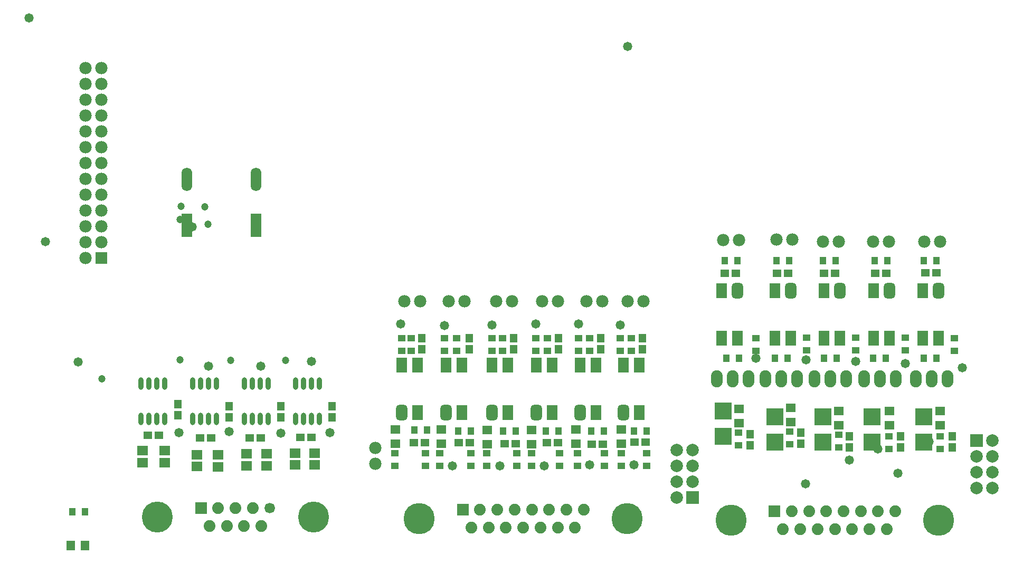
<source format=gts>
G04*
G04 #@! TF.GenerationSoftware,Altium Limited,Altium Designer,20.1.12 (249)*
G04*
G04 Layer_Color=8388736*
%FSTAX24Y24*%
%MOIN*%
G70*
G04*
G04 #@! TF.SameCoordinates,50E87493-BE94-4217-AE32-DCF7016E3123*
G04*
G04*
G04 #@! TF.FilePolarity,Negative*
G04*
G01*
G75*
%ADD37R,0.0395X0.0513*%
%ADD38R,0.0580X0.0630*%
%ADD39R,0.0552X0.0513*%
%ADD40R,0.0671X0.0592*%
%ADD41R,0.0513X0.0552*%
%ADD42O,0.0316X0.0789*%
%ADD43R,0.0671X0.1480*%
%ADD44O,0.0671X0.1480*%
%ADD45R,0.0630X0.0580*%
%ADD46R,0.0513X0.0395*%
%ADD47R,0.0710X0.0980*%
G04:AMPARAMS|DCode=48|XSize=98mil|YSize=71mil|CornerRadius=19.7mil|HoleSize=0mil|Usage=FLASHONLY|Rotation=90.000|XOffset=0mil|YOffset=0mil|HoleType=Round|Shape=RoundedRectangle|*
%AMROUNDEDRECTD48*
21,1,0.0980,0.0315,0,0,90.0*
21,1,0.0585,0.0710,0,0,90.0*
1,1,0.0395,0.0157,0.0293*
1,1,0.0395,0.0157,-0.0293*
1,1,0.0395,-0.0157,-0.0293*
1,1,0.0395,-0.0157,0.0293*
%
%ADD48ROUNDEDRECTD48*%
%ADD49R,0.1104X0.1064*%
%ADD50R,0.0789X0.0789*%
%ADD51C,0.0789*%
%ADD52C,0.0780*%
%ADD53R,0.0780X0.0780*%
%ADD54C,0.0745*%
%ADD55R,0.0745X0.0745*%
%ADD56C,0.0665*%
%ADD57C,0.1954*%
%ADD58C,0.0745*%
%ADD59C,0.1970*%
%ADD60O,0.0740X0.1080*%
%ADD61C,0.0474*%
%ADD62C,0.0580*%
D37*
X00985Y0112D02*
D03*
X01065D02*
D03*
X03975Y0163D02*
D03*
X04055D02*
D03*
X03705D02*
D03*
X03785D02*
D03*
X0342D02*
D03*
X035D02*
D03*
X03145Y01635D02*
D03*
X03225D02*
D03*
X0453Y0163D02*
D03*
X0461D02*
D03*
X0426D02*
D03*
X0434D02*
D03*
X0612Y0209D02*
D03*
X0604D02*
D03*
X058092D02*
D03*
X057292D02*
D03*
X05195D02*
D03*
X05115D02*
D03*
X05725Y02705D02*
D03*
X05805D02*
D03*
X0543D02*
D03*
X0551D02*
D03*
X0605D02*
D03*
X0613D02*
D03*
X05105D02*
D03*
X05185D02*
D03*
X0636D02*
D03*
X0644D02*
D03*
X055Y0209D02*
D03*
X0542D02*
D03*
X0644D02*
D03*
X0636D02*
D03*
D38*
X00975Y00905D02*
D03*
X01065D02*
D03*
D39*
X02425Y0159D02*
D03*
X02495D02*
D03*
X0314Y01555D02*
D03*
X0321D02*
D03*
X03425D02*
D03*
X03495D02*
D03*
X03715Y0155D02*
D03*
X03785D02*
D03*
X0398Y01555D02*
D03*
X0405D02*
D03*
X04265Y01545D02*
D03*
X04335D02*
D03*
X051745Y02625D02*
D03*
X051045D02*
D03*
X05505D02*
D03*
X05435D02*
D03*
X0644Y0263D02*
D03*
X0637D02*
D03*
X06125Y02625D02*
D03*
X06055D02*
D03*
X058D02*
D03*
X0573D02*
D03*
X04535Y0156D02*
D03*
X04605D02*
D03*
X02105Y01585D02*
D03*
X02175D02*
D03*
X0179D02*
D03*
X0186D02*
D03*
X014612Y016026D02*
D03*
X015312D02*
D03*
D40*
X02515Y01415D02*
D03*
Y014898D02*
D03*
X0239Y014152D02*
D03*
Y0149D02*
D03*
X0221Y0141D02*
D03*
Y014848D02*
D03*
X014262Y014302D02*
D03*
Y01505D02*
D03*
X02085Y0141D02*
D03*
Y014848D02*
D03*
X01905Y014026D02*
D03*
Y014774D02*
D03*
X0177Y01405D02*
D03*
Y014798D02*
D03*
X015662Y014302D02*
D03*
Y01505D02*
D03*
D41*
X02625Y01715D02*
D03*
Y01785D02*
D03*
X0589Y01525D02*
D03*
Y01595D02*
D03*
X04585Y02215D02*
D03*
Y02145D02*
D03*
X0432Y02215D02*
D03*
Y02145D02*
D03*
X04055Y02215D02*
D03*
Y02145D02*
D03*
X0377Y02215D02*
D03*
Y02145D02*
D03*
X0349Y02215D02*
D03*
Y02145D02*
D03*
X0319Y02215D02*
D03*
Y02145D02*
D03*
X06215Y01525D02*
D03*
Y01595D02*
D03*
X0654Y01525D02*
D03*
Y01595D02*
D03*
X05585Y0155D02*
D03*
Y0162D02*
D03*
X05265Y0154D02*
D03*
Y0161D02*
D03*
X023Y01715D02*
D03*
Y01785D02*
D03*
X01975Y01715D02*
D03*
Y01785D02*
D03*
X016512Y017276D02*
D03*
Y017976D02*
D03*
D42*
X02395Y017064D02*
D03*
X02445D02*
D03*
X02545D02*
D03*
X02395Y019288D02*
D03*
X02445D02*
D03*
X02495D02*
D03*
X02545D02*
D03*
X02495Y017064D02*
D03*
X0207D02*
D03*
X0212D02*
D03*
X0222D02*
D03*
X0207Y019288D02*
D03*
X0212D02*
D03*
X0217D02*
D03*
X0222D02*
D03*
X0217Y017064D02*
D03*
X01745D02*
D03*
X01795D02*
D03*
X01895D02*
D03*
X01745Y019288D02*
D03*
X01795D02*
D03*
X01845D02*
D03*
X01895D02*
D03*
X01845Y017064D02*
D03*
X014162D02*
D03*
X014662D02*
D03*
X015662D02*
D03*
X014162Y019288D02*
D03*
X014662D02*
D03*
X015162D02*
D03*
X015662D02*
D03*
X015162Y017064D02*
D03*
D43*
X017088Y029282D02*
D03*
X021445D02*
D03*
D44*
X017088Y032182D02*
D03*
X021445D02*
D03*
D45*
X06465Y01755D02*
D03*
Y01665D02*
D03*
X06145D02*
D03*
Y01755D02*
D03*
X05825Y01665D02*
D03*
Y01755D02*
D03*
X0552Y01685D02*
D03*
Y01775D02*
D03*
X05195Y0168D02*
D03*
Y0177D02*
D03*
X03025Y0164D02*
D03*
Y0155D02*
D03*
X03315Y0164D02*
D03*
Y0155D02*
D03*
X03605Y01635D02*
D03*
Y01545D02*
D03*
X0445Y0164D02*
D03*
Y0155D02*
D03*
X03885Y01635D02*
D03*
Y01545D02*
D03*
X04165Y0164D02*
D03*
Y0155D02*
D03*
D46*
X04515Y022145D02*
D03*
Y021345D02*
D03*
X04445Y022145D02*
D03*
Y021345D02*
D03*
X0425Y02215D02*
D03*
Y02135D02*
D03*
X0418Y022145D02*
D03*
Y021345D02*
D03*
X03985Y02215D02*
D03*
Y02135D02*
D03*
X0391Y02215D02*
D03*
Y02135D02*
D03*
X037Y02215D02*
D03*
Y02135D02*
D03*
X03635Y022145D02*
D03*
Y021345D02*
D03*
X0341Y02215D02*
D03*
Y02135D02*
D03*
X03335Y02215D02*
D03*
Y02135D02*
D03*
X03125Y02215D02*
D03*
Y02135D02*
D03*
X03065Y022145D02*
D03*
Y021345D02*
D03*
X04345Y0141D02*
D03*
Y0149D02*
D03*
X04175Y0141D02*
D03*
Y0149D02*
D03*
X0406Y0141D02*
D03*
Y0149D02*
D03*
X03885Y0141D02*
D03*
Y0149D02*
D03*
X0379Y0141D02*
D03*
Y0149D02*
D03*
X036Y0141D02*
D03*
Y0149D02*
D03*
X035Y0141D02*
D03*
Y0149D02*
D03*
X03305Y0141D02*
D03*
Y0149D02*
D03*
X03215Y0141D02*
D03*
Y0149D02*
D03*
X0302Y0141D02*
D03*
Y0149D02*
D03*
X0614Y01595D02*
D03*
Y01515D02*
D03*
X053Y02215D02*
D03*
Y02135D02*
D03*
X0593Y0222D02*
D03*
Y0214D02*
D03*
X05515Y01625D02*
D03*
Y01545D02*
D03*
X06465Y01595D02*
D03*
Y01515D02*
D03*
X06555Y02215D02*
D03*
Y02135D02*
D03*
X06245Y0222D02*
D03*
Y0214D02*
D03*
X0519Y0162D02*
D03*
Y0154D02*
D03*
X05825Y01605D02*
D03*
Y01525D02*
D03*
X0562Y0222D02*
D03*
Y0214D02*
D03*
X0445Y0141D02*
D03*
Y0149D02*
D03*
X0461Y0141D02*
D03*
Y0149D02*
D03*
D47*
X04465Y02045D02*
D03*
X04565D02*
D03*
Y01745D02*
D03*
X0419Y02045D02*
D03*
X0429D02*
D03*
Y01745D02*
D03*
X03915Y02045D02*
D03*
X04015D02*
D03*
Y01745D02*
D03*
X03635Y02045D02*
D03*
X03735D02*
D03*
Y01745D02*
D03*
X03345Y02045D02*
D03*
X03445D02*
D03*
Y01745D02*
D03*
X03065Y02045D02*
D03*
X03165D02*
D03*
Y01745D02*
D03*
X06145Y02215D02*
D03*
X06045D02*
D03*
Y02515D02*
D03*
X0583Y02215D02*
D03*
X0573D02*
D03*
Y02515D02*
D03*
X0552Y02215D02*
D03*
X0542D02*
D03*
Y02515D02*
D03*
X05185Y02215D02*
D03*
X05085D02*
D03*
Y02515D02*
D03*
X06455Y02215D02*
D03*
X06355D02*
D03*
Y02515D02*
D03*
D48*
X04465Y01745D02*
D03*
X0419D02*
D03*
X03915D02*
D03*
X03635D02*
D03*
X03345D02*
D03*
X03065D02*
D03*
X06145Y02515D02*
D03*
X0583D02*
D03*
X0552D02*
D03*
X05185D02*
D03*
X06455D02*
D03*
D49*
X0636Y0156D02*
D03*
Y0172D02*
D03*
X05725Y0156D02*
D03*
Y0172D02*
D03*
X0542Y0156D02*
D03*
Y0172D02*
D03*
X06035Y0156D02*
D03*
Y0172D02*
D03*
X05095Y01595D02*
D03*
Y01755D02*
D03*
D50*
X06695Y0157D02*
D03*
X049Y0121D02*
D03*
D51*
X06695Y0147D02*
D03*
Y0137D02*
D03*
Y0127D02*
D03*
X06795D02*
D03*
Y0137D02*
D03*
Y0147D02*
D03*
Y0157D02*
D03*
X049Y0131D02*
D03*
Y0141D02*
D03*
Y0151D02*
D03*
X048D02*
D03*
Y0141D02*
D03*
Y0131D02*
D03*
Y0121D02*
D03*
D52*
X011662Y032218D02*
D03*
X010662Y039218D02*
D03*
X011662D02*
D03*
X010662Y038218D02*
D03*
X011662D02*
D03*
X010662Y037218D02*
D03*
X011662D02*
D03*
X010662Y036218D02*
D03*
X011662D02*
D03*
X010662Y035218D02*
D03*
X011662D02*
D03*
X010662Y034218D02*
D03*
X011662D02*
D03*
X010662Y033218D02*
D03*
X011662D02*
D03*
X010662Y032218D02*
D03*
X010662Y029218D02*
D03*
X010662Y028218D02*
D03*
X011662Y028218D02*
D03*
X011662Y029218D02*
D03*
X011662Y030218D02*
D03*
X010662Y031218D02*
D03*
X011662Y031218D02*
D03*
X010662Y027218D02*
D03*
X010662Y030218D02*
D03*
X028985Y015213D02*
D03*
X028985Y014213D02*
D03*
X0318Y0245D02*
D03*
X0308Y0245D02*
D03*
X0346Y0245D02*
D03*
X0336Y0245D02*
D03*
X0376Y0245D02*
D03*
X0366Y0245D02*
D03*
X0405Y0245D02*
D03*
X0395Y0245D02*
D03*
X0433Y0245D02*
D03*
X0423Y0245D02*
D03*
X0459Y0245D02*
D03*
X0449Y0245D02*
D03*
X06365Y02825D02*
D03*
X06465Y02825D02*
D03*
X0604Y02825D02*
D03*
X0614Y02825D02*
D03*
X05725D02*
D03*
X05825Y02825D02*
D03*
X0543Y0284D02*
D03*
X0553Y0284D02*
D03*
X05095Y02835D02*
D03*
X05195Y02835D02*
D03*
D53*
X011662Y027218D02*
D03*
D54*
X021772Y0103D02*
D03*
X019045Y011418D02*
D03*
X019591Y0103D02*
D03*
X021226Y011418D02*
D03*
X0185Y0103D02*
D03*
X020136Y011418D02*
D03*
X020681Y0103D02*
D03*
D55*
X017955Y011418D02*
D03*
X054174Y011218D02*
D03*
X034493Y011318D02*
D03*
D56*
X022317Y011418D02*
D03*
D57*
X015217Y010859D02*
D03*
X025055D02*
D03*
D58*
X061803Y01122D02*
D03*
X061262Y0101D02*
D03*
X060717Y011218D02*
D03*
X060172Y0101D02*
D03*
X059626Y011218D02*
D03*
X059081Y0101D02*
D03*
X058536Y011218D02*
D03*
X057991Y0101D02*
D03*
X057445Y011218D02*
D03*
X0569Y0101D02*
D03*
X056355Y011218D02*
D03*
X055809Y0101D02*
D03*
X055264Y011218D02*
D03*
X054719Y0101D02*
D03*
X042122Y01132D02*
D03*
X041581Y0102D02*
D03*
X041036Y011318D02*
D03*
X040491Y0102D02*
D03*
X039945Y011318D02*
D03*
X0394Y0102D02*
D03*
X038855Y011318D02*
D03*
X038309Y0102D02*
D03*
X037764Y011318D02*
D03*
X037219Y0102D02*
D03*
X036674Y011318D02*
D03*
X036128Y0102D02*
D03*
X035583Y011318D02*
D03*
X035038Y0102D02*
D03*
D59*
X06455Y010659D02*
D03*
X051431D02*
D03*
X044868Y010759D02*
D03*
X03175D02*
D03*
D60*
X06185Y0196D02*
D03*
X06085D02*
D03*
X05985D02*
D03*
X05255D02*
D03*
X05155D02*
D03*
X05055D02*
D03*
X0587D02*
D03*
X0577D02*
D03*
X0567D02*
D03*
X0651D02*
D03*
X0641D02*
D03*
X0631D02*
D03*
X0556D02*
D03*
X0546D02*
D03*
X0536D02*
D03*
D61*
X0233Y02075D02*
D03*
X01985D02*
D03*
X01665Y0208D02*
D03*
X0117Y0196D02*
D03*
X01665Y02965D02*
D03*
X0184Y02935D02*
D03*
X0167Y0305D02*
D03*
X0182Y03045D02*
D03*
D62*
X00815Y02825D02*
D03*
X0102Y02065D02*
D03*
X02495Y0207D02*
D03*
X016562Y016176D02*
D03*
X023Y01615D02*
D03*
X01975Y01625D02*
D03*
X0261Y016174D02*
D03*
X01845Y0204D02*
D03*
X02175D02*
D03*
X0449Y0406D02*
D03*
X0071Y0424D02*
D03*
X030585Y02305D02*
D03*
X0174Y0292D02*
D03*
X0453Y01415D02*
D03*
X0425D02*
D03*
X03385Y0141D02*
D03*
X03965D02*
D03*
X03685D02*
D03*
X0418Y02305D02*
D03*
X0391D02*
D03*
X03635Y023D02*
D03*
X03335Y02295D02*
D03*
X04445Y023D02*
D03*
X05615Y01295D02*
D03*
X053Y0209D02*
D03*
X05617Y020795D02*
D03*
X06605Y0203D02*
D03*
X061982Y013618D02*
D03*
X0607Y01515D02*
D03*
X0589Y01445D02*
D03*
X0593Y0207D02*
D03*
X06245Y02055D02*
D03*
X06395Y015625D02*
D03*
M02*

</source>
